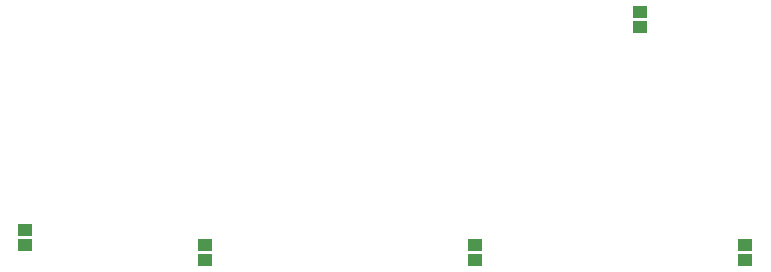
<source format=gbr>
%FSLAX34Y34*%
%MOMM*%
%LNSMDMASK_TOP*%
G71*
G01*
%ADD10R, 1.200X1.000*%
%LPD*%
X368300Y673100D02*
G54D10*
D03*
X368300Y685800D02*
G54D10*
D03*
X596900Y673100D02*
G54D10*
D03*
X596900Y685800D02*
G54D10*
D03*
X825500Y673100D02*
G54D10*
D03*
X825500Y685800D02*
G54D10*
D03*
X736600Y869950D02*
G54D10*
D03*
X736600Y882650D02*
G54D10*
D03*
X215900Y685800D02*
G54D10*
D03*
X215900Y698500D02*
G54D10*
D03*
M02*

</source>
